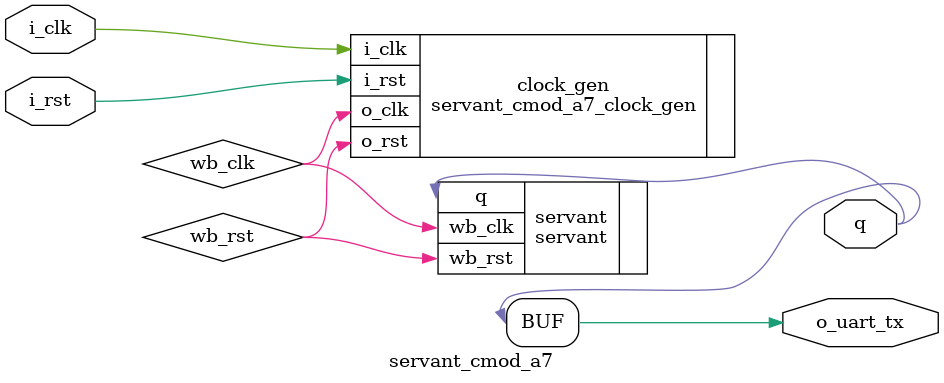
<source format=v>
`default_nettype none
module servant_cmod_a7
(
 input wire  i_clk,
 input wire  i_rst,
 output wire o_uart_tx,
 output wire q);

   parameter memfile = "zephyr_hello.hex";
   parameter memsize = 8192;

   wire      wb_clk;
   wire      wb_rst;

   assign o_uart_tx = q;

   servant_cmod_a7_clock_gen
   clock_gen
     (.i_clk (i_clk),
      .i_rst (i_rst),
      .o_clk (wb_clk),
      .o_rst (wb_rst));

   servant
     #(.memfile (memfile),
       .memsize (memsize))
   servant
     (.wb_clk (wb_clk),
      .wb_rst (wb_rst),
      .q      (q));

endmodule
`default_nettype wire

</source>
